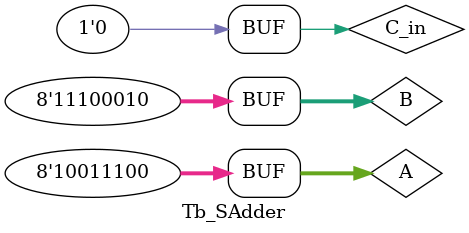
<source format=v>
`timescale 1ns / 1ns

module Tb_SAdder;


	reg [7:0] A,B;
	reg C_in;
	wire [7:0] SUM;
	wire Out;
	wire Overflow;
	
	Siged_Adder8bit ad(A,B,C_in,SUM,Out,Overflow);

	initial begin
		//Positive Numbers
		C_in =0; A = 64; B = 50; #100;

		// Overflow for Posivtec number
		C_in = 0; A = 120; B = 10; #100; 

		// Negative Numbers
		C_in = 0; A = -30; B = -70; #100; 
		

		//Overflow for Negative Numbers
		C_in = 0; A = -100; B = -30; #100;	
		
	end

endmodule
</source>
